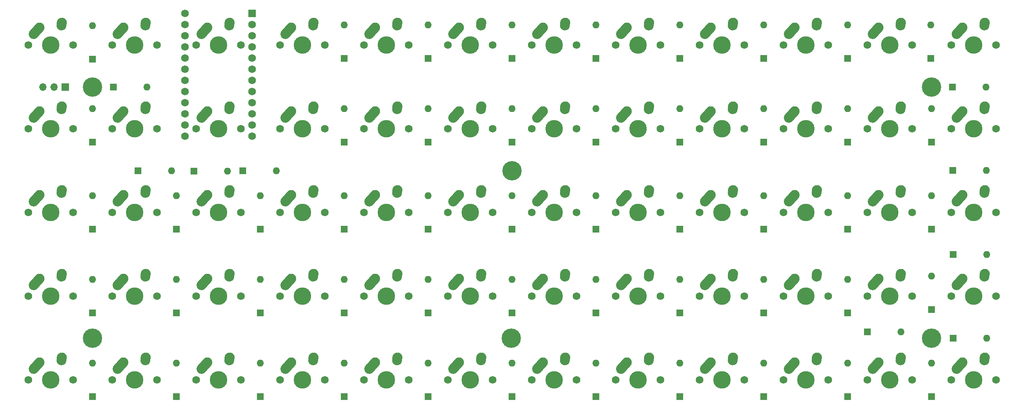
<source format=gbs>
G04 #@! TF.GenerationSoftware,KiCad,Pcbnew,7.0.3*
G04 #@! TF.CreationDate,2023-06-14T18:23:54+02:00*
G04 #@! TF.ProjectId,t-rex,742d7265-782e-46b6-9963-61645f706362,rev?*
G04 #@! TF.SameCoordinates,Original*
G04 #@! TF.FileFunction,Soldermask,Bot*
G04 #@! TF.FilePolarity,Negative*
%FSLAX46Y46*%
G04 Gerber Fmt 4.6, Leading zero omitted, Abs format (unit mm)*
G04 Created by KiCad (PCBNEW 7.0.3) date 2023-06-14 18:23:54*
%MOMM*%
%LPD*%
G01*
G04 APERTURE LIST*
G04 Aperture macros list*
%AMHorizOval*
0 Thick line with rounded ends*
0 $1 width*
0 $2 $3 position (X,Y) of the first rounded end (center of the circle)*
0 $4 $5 position (X,Y) of the second rounded end (center of the circle)*
0 Add line between two ends*
20,1,$1,$2,$3,$4,$5,0*
0 Add two circle primitives to create the rounded ends*
1,1,$1,$2,$3*
1,1,$1,$4,$5*%
G04 Aperture macros list end*
%ADD10C,4.400000*%
%ADD11R,1.600000X1.600000*%
%ADD12O,1.600000X1.600000*%
%ADD13C,1.750000*%
%ADD14C,3.987800*%
%ADD15HorizOval,2.250000X0.655001X0.730000X-0.655001X-0.730000X0*%
%ADD16C,2.250000*%
%ADD17HorizOval,2.250000X0.020000X0.290000X-0.020000X-0.290000X0*%
%ADD18R,1.700000X1.700000*%
%ADD19O,1.700000X1.700000*%
%ADD20R,1.752600X1.752600*%
%ADD21C,1.752600*%
G04 APERTURE END LIST*
D10*
X242887500Y-42862500D03*
X242887500Y-100012500D03*
X147637500Y-61912500D03*
X147486914Y-100010649D03*
X52387500Y-100012500D03*
X52387500Y-42862500D03*
D11*
X57150000Y-42862500D03*
D12*
X64770000Y-42862500D03*
D13*
X209232500Y-90487500D03*
D14*
X214312500Y-90487500D03*
D13*
X219392500Y-90487500D03*
D15*
X211157501Y-87217500D03*
D16*
X211812500Y-86487500D03*
D17*
X216832500Y-85697500D03*
D16*
X216852500Y-85407500D03*
D11*
X242697000Y-36322000D03*
D12*
X242697000Y-28702000D03*
D13*
X56832500Y-90487500D03*
D14*
X61912500Y-90487500D03*
D13*
X66992500Y-90487500D03*
D15*
X58757501Y-87217500D03*
D16*
X59412500Y-86487500D03*
D17*
X64432500Y-85697500D03*
D16*
X64452500Y-85407500D03*
D18*
X46196250Y-42862500D03*
D19*
X43656250Y-42862500D03*
X41116250Y-42862500D03*
D11*
X242887500Y-75247500D03*
D12*
X242887500Y-67627500D03*
D13*
X152082500Y-33337500D03*
D14*
X157162500Y-33337500D03*
D13*
X162242500Y-33337500D03*
D15*
X154007501Y-30067500D03*
D16*
X154662500Y-29337500D03*
D17*
X159682500Y-28547500D03*
D16*
X159702500Y-28257500D03*
D11*
X204787500Y-75247500D03*
D12*
X204787500Y-67627500D03*
D11*
X242887500Y-113347500D03*
D12*
X242887500Y-105727500D03*
D13*
X247332500Y-90487500D03*
D14*
X252412500Y-90487500D03*
D13*
X257492500Y-90487500D03*
D15*
X249257501Y-87217500D03*
D16*
X249912500Y-86487500D03*
D17*
X254932500Y-85697500D03*
D16*
X254952500Y-85407500D03*
D11*
X109537500Y-55403750D03*
D12*
X109537500Y-47783750D03*
D13*
X152082500Y-52387500D03*
D14*
X157162500Y-52387500D03*
D13*
X162242500Y-52387500D03*
D15*
X154007501Y-49117500D03*
D16*
X154662500Y-48387500D03*
D17*
X159682500Y-47597500D03*
D16*
X159702500Y-47307500D03*
D11*
X166687500Y-94297500D03*
D12*
X166687500Y-86677500D03*
D11*
X147637500Y-94297500D03*
D12*
X147637500Y-86677500D03*
D13*
X94932500Y-52387500D03*
D14*
X100012500Y-52387500D03*
D13*
X105092500Y-52387500D03*
D15*
X96857501Y-49117500D03*
D16*
X97512500Y-48387500D03*
D17*
X102532500Y-47597500D03*
D16*
X102552500Y-47307500D03*
D13*
X133032500Y-109537500D03*
D14*
X138112500Y-109537500D03*
D13*
X143192500Y-109537500D03*
D15*
X134957501Y-106267500D03*
D16*
X135612500Y-105537500D03*
D17*
X140632500Y-104747500D03*
D16*
X140652500Y-104457500D03*
D13*
X133032500Y-90487500D03*
D14*
X138112500Y-90487500D03*
D13*
X143192500Y-90487500D03*
D15*
X134957501Y-87217500D03*
D16*
X135612500Y-86487500D03*
D17*
X140632500Y-85697500D03*
D16*
X140652500Y-85407500D03*
D11*
X109537500Y-36353750D03*
D12*
X109537500Y-28733750D03*
D13*
X152082500Y-90487500D03*
D14*
X157162500Y-90487500D03*
D13*
X162242500Y-90487500D03*
D15*
X154007501Y-87217500D03*
D16*
X154662500Y-86487500D03*
D17*
X159682500Y-85697500D03*
D16*
X159702500Y-85407500D03*
D13*
X171132500Y-52387500D03*
D14*
X176212500Y-52387500D03*
D13*
X181292500Y-52387500D03*
D15*
X173057501Y-49117500D03*
D16*
X173712500Y-48387500D03*
D17*
X178732500Y-47597500D03*
D16*
X178752500Y-47307500D03*
D13*
X113982500Y-52387500D03*
D14*
X119062500Y-52387500D03*
D13*
X124142500Y-52387500D03*
D15*
X115907501Y-49117500D03*
D16*
X116562500Y-48387500D03*
D17*
X121582500Y-47597500D03*
D16*
X121602500Y-47307500D03*
D11*
X128587500Y-94297500D03*
D12*
X128587500Y-86677500D03*
D13*
X171132500Y-90487500D03*
D14*
X176212500Y-90487500D03*
D13*
X181292500Y-90487500D03*
D15*
X173057501Y-87217500D03*
D16*
X173712500Y-86487500D03*
D17*
X178732500Y-85697500D03*
D16*
X178752500Y-85407500D03*
D11*
X128587500Y-113347500D03*
D12*
X128587500Y-105727500D03*
D11*
X185737500Y-113347500D03*
D12*
X185737500Y-105727500D03*
D13*
X56832500Y-71437500D03*
D14*
X61912500Y-71437500D03*
D13*
X66992500Y-71437500D03*
D15*
X58757501Y-68167500D03*
D16*
X59412500Y-67437500D03*
D17*
X64432500Y-66647500D03*
D16*
X64452500Y-66357500D03*
D13*
X190182500Y-52387500D03*
D14*
X195262500Y-52387500D03*
D13*
X200342500Y-52387500D03*
D15*
X192107501Y-49117500D03*
D16*
X192762500Y-48387500D03*
D17*
X197782500Y-47597500D03*
D16*
X197802500Y-47307500D03*
D11*
X223837500Y-36353750D03*
D12*
X223837500Y-28733750D03*
D11*
X247808750Y-100012500D03*
D12*
X255428750Y-100012500D03*
D11*
X71437500Y-113347500D03*
D12*
X71437500Y-105727500D03*
D13*
X171132500Y-33337500D03*
D14*
X176212500Y-33337500D03*
D13*
X181292500Y-33337500D03*
D15*
X173057501Y-30067500D03*
D16*
X173712500Y-29337500D03*
D17*
X178732500Y-28547500D03*
D16*
X178752500Y-28257500D03*
D11*
X204787500Y-94297500D03*
D12*
X204787500Y-86677500D03*
D13*
X113982500Y-33337500D03*
D14*
X119062500Y-33337500D03*
D13*
X124142500Y-33337500D03*
D15*
X115907501Y-30067500D03*
D16*
X116562500Y-29337500D03*
D17*
X121582500Y-28547500D03*
D16*
X121602500Y-28257500D03*
D13*
X190182500Y-90487500D03*
D14*
X195262500Y-90487500D03*
D13*
X200342500Y-90487500D03*
D15*
X192107501Y-87217500D03*
D16*
X192762500Y-86487500D03*
D17*
X197782500Y-85697500D03*
D16*
X197802500Y-85407500D03*
D11*
X71437500Y-94297500D03*
D12*
X71437500Y-86677500D03*
D11*
X185737500Y-75247500D03*
D12*
X185737500Y-67627500D03*
D11*
X147637500Y-36353750D03*
D12*
X147637500Y-28733750D03*
D11*
X204787500Y-36353750D03*
D12*
X204787500Y-28733750D03*
D11*
X62706250Y-61912500D03*
D12*
X70326250Y-61912500D03*
D13*
X75882500Y-71437500D03*
D14*
X80962500Y-71437500D03*
D13*
X86042500Y-71437500D03*
D15*
X77807501Y-68167500D03*
D16*
X78462500Y-67437500D03*
D17*
X83482500Y-66647500D03*
D16*
X83502500Y-66357500D03*
D13*
X228282500Y-71437500D03*
D14*
X233362500Y-71437500D03*
D13*
X238442500Y-71437500D03*
D15*
X230207501Y-68167500D03*
D16*
X230862500Y-67437500D03*
D17*
X235882500Y-66647500D03*
D16*
X235902500Y-66357500D03*
D11*
X228346000Y-98552000D03*
D12*
X235966000Y-98552000D03*
D13*
X152082500Y-109537500D03*
D14*
X157162500Y-109537500D03*
D13*
X162242500Y-109537500D03*
D15*
X154007501Y-106267500D03*
D16*
X154662500Y-105537500D03*
D17*
X159682500Y-104747500D03*
D16*
X159702500Y-104457500D03*
D11*
X52387500Y-75247500D03*
D12*
X52387500Y-67627500D03*
D11*
X223837500Y-94297500D03*
D12*
X223837500Y-86677500D03*
D13*
X228282500Y-109537500D03*
D14*
X233362500Y-109537500D03*
D13*
X238442500Y-109537500D03*
D15*
X230207501Y-106267500D03*
D16*
X230862500Y-105537500D03*
D17*
X235882500Y-104747500D03*
D16*
X235902500Y-104457500D03*
D11*
X247700800Y-61823600D03*
D12*
X255320800Y-61823600D03*
D13*
X133032500Y-33337500D03*
D14*
X138112500Y-33337500D03*
D13*
X143192500Y-33337500D03*
D15*
X134957501Y-30067500D03*
D16*
X135612500Y-29337500D03*
D17*
X140632500Y-28547500D03*
D16*
X140652500Y-28257500D03*
D13*
X228282500Y-33337500D03*
D14*
X233362500Y-33337500D03*
D13*
X238442500Y-33337500D03*
D15*
X230207501Y-30067500D03*
D16*
X230862500Y-29337500D03*
D17*
X235882500Y-28547500D03*
D16*
X235902500Y-28257500D03*
D13*
X209232500Y-33337500D03*
D14*
X214312500Y-33337500D03*
D13*
X219392500Y-33337500D03*
D15*
X211157501Y-30067500D03*
D16*
X211812500Y-29337500D03*
D17*
X216832500Y-28547500D03*
D16*
X216852500Y-28257500D03*
D13*
X56832500Y-33337500D03*
D14*
X61912500Y-33337500D03*
D13*
X66992500Y-33337500D03*
D15*
X58757501Y-30067500D03*
D16*
X59412500Y-29337500D03*
D17*
X64432500Y-28547500D03*
D16*
X64452500Y-28257500D03*
D13*
X75882500Y-109537500D03*
D14*
X80962500Y-109537500D03*
D13*
X86042500Y-109537500D03*
D15*
X77807501Y-106267500D03*
D16*
X78462500Y-105537500D03*
D17*
X83482500Y-104747500D03*
D16*
X83502500Y-104457500D03*
D11*
X128587500Y-36353750D03*
D12*
X128587500Y-28733750D03*
D11*
X109537500Y-113347500D03*
D12*
X109537500Y-105727500D03*
D13*
X75882500Y-90487500D03*
D14*
X80962500Y-90487500D03*
D13*
X86042500Y-90487500D03*
D15*
X77807501Y-87217500D03*
D16*
X78462500Y-86487500D03*
D17*
X83482500Y-85697500D03*
D16*
X83502500Y-85407500D03*
D13*
X113982500Y-71437500D03*
D14*
X119062500Y-71437500D03*
D13*
X124142500Y-71437500D03*
D15*
X115907501Y-68167500D03*
D16*
X116562500Y-67437500D03*
D17*
X121582500Y-66647500D03*
D16*
X121602500Y-66357500D03*
D13*
X56832500Y-52387500D03*
D14*
X61912500Y-52387500D03*
D13*
X66992500Y-52387500D03*
D15*
X58757501Y-49117500D03*
D16*
X59412500Y-48387500D03*
D17*
X64432500Y-47597500D03*
D16*
X64452500Y-47307500D03*
D13*
X209232500Y-109537500D03*
D14*
X214312500Y-109537500D03*
D13*
X219392500Y-109537500D03*
D15*
X211157501Y-106267500D03*
D16*
X211812500Y-105537500D03*
D17*
X216832500Y-104747500D03*
D16*
X216852500Y-104457500D03*
D13*
X37782500Y-90487500D03*
D14*
X42862500Y-90487500D03*
D13*
X47942500Y-90487500D03*
D15*
X39707501Y-87217500D03*
D16*
X40362500Y-86487500D03*
D17*
X45382500Y-85697500D03*
D16*
X45402500Y-85407500D03*
D11*
X223837500Y-55403750D03*
D12*
X223837500Y-47783750D03*
D11*
X52387500Y-55403750D03*
D12*
X52387500Y-47783750D03*
D13*
X247332500Y-33337500D03*
D14*
X252412500Y-33337500D03*
D13*
X257492500Y-33337500D03*
D15*
X249257501Y-30067500D03*
D16*
X249912500Y-29337500D03*
D17*
X254932500Y-28547500D03*
D16*
X254952500Y-28257500D03*
D13*
X37782500Y-33337500D03*
D14*
X42862500Y-33337500D03*
D13*
X47942500Y-33337500D03*
D15*
X39707501Y-30067500D03*
D16*
X40362500Y-29337500D03*
D17*
X45382500Y-28547500D03*
D16*
X45402500Y-28257500D03*
D11*
X52387500Y-113347500D03*
D12*
X52387500Y-105727500D03*
D11*
X185737500Y-55403750D03*
D12*
X185737500Y-47783750D03*
D13*
X113982500Y-90487500D03*
D14*
X119062500Y-90487500D03*
D13*
X124142500Y-90487500D03*
D15*
X115907501Y-87217500D03*
D16*
X116562500Y-86487500D03*
D17*
X121582500Y-85697500D03*
D16*
X121602500Y-85407500D03*
D11*
X166687500Y-75247500D03*
D12*
X166687500Y-67627500D03*
D11*
X86487000Y-61912500D03*
D12*
X94107000Y-61912500D03*
D13*
X228282500Y-90487500D03*
D14*
X233362500Y-90487500D03*
D13*
X238442500Y-90487500D03*
D15*
X230207501Y-87217500D03*
D16*
X230862500Y-86487500D03*
D17*
X235882500Y-85697500D03*
D16*
X235902500Y-85407500D03*
D13*
X209232500Y-71437500D03*
D14*
X214312500Y-71437500D03*
D13*
X219392500Y-71437500D03*
D15*
X211157501Y-68167500D03*
D16*
X211812500Y-67437500D03*
D17*
X216832500Y-66647500D03*
D16*
X216852500Y-66357500D03*
D11*
X147637500Y-75247500D03*
D12*
X147637500Y-67627500D03*
D11*
X71437500Y-75247500D03*
D12*
X71437500Y-67627500D03*
D11*
X90487500Y-113347500D03*
D12*
X90487500Y-105727500D03*
D11*
X204787500Y-55403750D03*
D12*
X204787500Y-47783750D03*
D11*
X147637500Y-113347500D03*
D12*
X147637500Y-105727500D03*
D11*
X75438000Y-61976000D03*
D12*
X83058000Y-61976000D03*
D13*
X247332500Y-71437500D03*
D14*
X252412500Y-71437500D03*
D13*
X257492500Y-71437500D03*
D15*
X249257501Y-68167500D03*
D16*
X249912500Y-67437500D03*
D17*
X254932500Y-66647500D03*
D16*
X254952500Y-66357500D03*
D13*
X190182500Y-33337500D03*
D14*
X195262500Y-33337500D03*
D13*
X200342500Y-33337500D03*
D15*
X192107501Y-30067500D03*
D16*
X192762500Y-29337500D03*
D17*
X197782500Y-28547500D03*
D16*
X197802500Y-28257500D03*
D11*
X52387500Y-94297500D03*
D12*
X52387500Y-86677500D03*
D11*
X185737500Y-36353750D03*
D12*
X185737500Y-28733750D03*
D13*
X247332500Y-52387500D03*
D14*
X252412500Y-52387500D03*
D13*
X257492500Y-52387500D03*
D15*
X249257501Y-49117500D03*
D16*
X249912500Y-48387500D03*
D17*
X254932500Y-47597500D03*
D16*
X254952500Y-47307500D03*
D13*
X37782500Y-71437500D03*
D14*
X42862500Y-71437500D03*
D13*
X47942500Y-71437500D03*
D15*
X39707501Y-68167500D03*
D16*
X40362500Y-67437500D03*
D17*
X45382500Y-66647500D03*
D16*
X45402500Y-66357500D03*
D13*
X94932500Y-33337500D03*
D14*
X100012500Y-33337500D03*
D13*
X105092500Y-33337500D03*
D15*
X96857501Y-30067500D03*
D16*
X97512500Y-29337500D03*
D17*
X102532500Y-28547500D03*
D16*
X102552500Y-28257500D03*
D13*
X152082500Y-71437500D03*
D14*
X157162500Y-71437500D03*
D13*
X162242500Y-71437500D03*
D15*
X154007501Y-68167500D03*
D16*
X154662500Y-67437500D03*
D17*
X159682500Y-66647500D03*
D16*
X159702500Y-66357500D03*
D13*
X56832500Y-109537500D03*
D14*
X61912500Y-109537500D03*
D13*
X66992500Y-109537500D03*
D15*
X58757501Y-106267500D03*
D16*
X59412500Y-105537500D03*
D17*
X64432500Y-104747500D03*
D16*
X64452500Y-104457500D03*
D13*
X37782500Y-109537500D03*
D14*
X42862500Y-109537500D03*
D13*
X47942500Y-109537500D03*
D15*
X39707501Y-106267500D03*
D16*
X40362500Y-105537500D03*
D17*
X45382500Y-104747500D03*
D16*
X45402500Y-104457500D03*
D13*
X133032500Y-71437500D03*
D14*
X138112500Y-71437500D03*
D13*
X143192500Y-71437500D03*
D15*
X134957501Y-68167500D03*
D16*
X135612500Y-67437500D03*
D17*
X140632500Y-66647500D03*
D16*
X140652500Y-66357500D03*
D11*
X128587500Y-75247500D03*
D12*
X128587500Y-67627500D03*
D13*
X190182500Y-71437500D03*
D14*
X195262500Y-71437500D03*
D13*
X200342500Y-71437500D03*
D15*
X192107501Y-68167500D03*
D16*
X192762500Y-67437500D03*
D17*
X197782500Y-66647500D03*
D16*
X197802500Y-66357500D03*
D13*
X133032500Y-52387500D03*
D14*
X138112500Y-52387500D03*
D13*
X143192500Y-52387500D03*
D15*
X134957501Y-49117500D03*
D16*
X135612500Y-48387500D03*
D17*
X140632500Y-47597500D03*
D16*
X140652500Y-47307500D03*
D11*
X128587500Y-55403750D03*
D12*
X128587500Y-47783750D03*
D13*
X247332500Y-109537500D03*
D14*
X252412500Y-109537500D03*
D13*
X257492500Y-109537500D03*
D15*
X249257501Y-106267500D03*
D16*
X249912500Y-105537500D03*
D17*
X254932500Y-104747500D03*
D16*
X254952500Y-104457500D03*
D11*
X166687500Y-55403750D03*
D12*
X166687500Y-47783750D03*
D11*
X223837500Y-113347500D03*
D12*
X223837500Y-105727500D03*
D11*
X223837500Y-75247500D03*
D12*
X223837500Y-67627500D03*
D11*
X109537500Y-94297500D03*
D12*
X109537500Y-86677500D03*
D11*
X90487500Y-75247500D03*
D12*
X90487500Y-67627500D03*
D13*
X94932500Y-90487500D03*
D14*
X100012500Y-90487500D03*
D13*
X105092500Y-90487500D03*
D15*
X96857501Y-87217500D03*
D16*
X97512500Y-86487500D03*
D17*
X102532500Y-85697500D03*
D16*
X102552500Y-85407500D03*
D11*
X247808750Y-80962500D03*
D12*
X255428750Y-80962500D03*
D13*
X113982500Y-109537500D03*
D14*
X119062500Y-109537500D03*
D13*
X124142500Y-109537500D03*
D15*
X115907501Y-106267500D03*
D16*
X116562500Y-105537500D03*
D17*
X121582500Y-104747500D03*
D16*
X121602500Y-104457500D03*
D11*
X166687500Y-36353750D03*
D12*
X166687500Y-28733750D03*
D11*
X166687500Y-113347500D03*
D12*
X166687500Y-105727500D03*
D11*
X52387500Y-36512500D03*
D12*
X52387500Y-28892500D03*
D11*
X204787500Y-113347500D03*
D12*
X204787500Y-105727500D03*
D11*
X247650000Y-42862500D03*
D12*
X255270000Y-42862500D03*
D11*
X109537500Y-75247500D03*
D12*
X109537500Y-67627500D03*
D11*
X90487500Y-94297500D03*
D12*
X90487500Y-86677500D03*
D11*
X147637500Y-55403750D03*
D12*
X147637500Y-47783750D03*
D13*
X94932500Y-71437500D03*
D14*
X100012500Y-71437500D03*
D13*
X105092500Y-71437500D03*
D15*
X96857501Y-68167500D03*
D16*
X97512500Y-67437500D03*
D17*
X102532500Y-66647500D03*
D16*
X102552500Y-66357500D03*
D13*
X171132500Y-109537500D03*
D14*
X176212500Y-109537500D03*
D13*
X181292500Y-109537500D03*
D15*
X173057501Y-106267500D03*
D16*
X173712500Y-105537500D03*
D17*
X178732500Y-104747500D03*
D16*
X178752500Y-104457500D03*
D11*
X242887500Y-55403750D03*
D12*
X242887500Y-47783750D03*
D11*
X185737500Y-94297500D03*
D12*
X185737500Y-86677500D03*
D13*
X228282500Y-52387500D03*
D14*
X233362500Y-52387500D03*
D13*
X238442500Y-52387500D03*
D15*
X230207501Y-49117500D03*
D16*
X230862500Y-48387500D03*
D17*
X235882500Y-47597500D03*
D16*
X235902500Y-47307500D03*
D11*
X242887500Y-93503750D03*
D12*
X242887500Y-85883750D03*
D13*
X37782500Y-52387500D03*
D14*
X42862500Y-52387500D03*
D13*
X47942500Y-52387500D03*
D15*
X39707501Y-49117500D03*
D16*
X40362500Y-48387500D03*
D17*
X45382500Y-47597500D03*
D16*
X45402500Y-47307500D03*
D13*
X190182500Y-109537500D03*
D14*
X195262500Y-109537500D03*
D13*
X200342500Y-109537500D03*
D15*
X192107501Y-106267500D03*
D16*
X192762500Y-105537500D03*
D17*
X197782500Y-104747500D03*
D16*
X197802500Y-104457500D03*
D13*
X75882500Y-52387500D03*
D14*
X80962500Y-52387500D03*
D13*
X86042500Y-52387500D03*
D15*
X77807501Y-49117500D03*
D16*
X78462500Y-48387500D03*
D17*
X83482500Y-47597500D03*
D16*
X83502500Y-47307500D03*
D13*
X94932500Y-109537500D03*
D14*
X100012500Y-109537500D03*
D13*
X105092500Y-109537500D03*
D15*
X96857501Y-106267500D03*
D16*
X97512500Y-105537500D03*
D17*
X102532500Y-104747500D03*
D16*
X102552500Y-104457500D03*
D13*
X75882500Y-33337500D03*
D14*
X80962500Y-33337500D03*
D13*
X86042500Y-33337500D03*
D15*
X77807501Y-30067500D03*
D16*
X78462500Y-29337500D03*
D17*
X83482500Y-28547500D03*
D16*
X83502500Y-28257500D03*
D13*
X209232500Y-52387500D03*
D14*
X214312500Y-52387500D03*
D13*
X219392500Y-52387500D03*
D15*
X211157501Y-49117500D03*
D16*
X211812500Y-48387500D03*
D17*
X216832500Y-47597500D03*
D16*
X216852500Y-47307500D03*
D13*
X171132500Y-71437500D03*
D14*
X176212500Y-71437500D03*
D13*
X181292500Y-71437500D03*
D15*
X173057501Y-68167500D03*
D16*
X173712500Y-67437500D03*
D17*
X178732500Y-66647500D03*
D16*
X178752500Y-66357500D03*
D20*
X88582500Y-26116750D03*
D21*
X88582500Y-28656750D03*
X88582500Y-31196750D03*
X88582500Y-33736750D03*
X88582500Y-36276750D03*
X88582500Y-38816750D03*
X88582500Y-41356750D03*
X88582500Y-43896750D03*
X88582500Y-46436750D03*
X88582500Y-48976750D03*
X88582500Y-51516750D03*
X88582500Y-54056750D03*
X73342500Y-54056750D03*
X73342500Y-51516750D03*
X73342500Y-48976750D03*
X73342500Y-46436750D03*
X73342500Y-43896750D03*
X73342500Y-41356750D03*
X73342500Y-38816750D03*
X73342500Y-36276750D03*
X73342500Y-33736750D03*
X73342500Y-31196750D03*
X73342500Y-28656750D03*
X73342500Y-26116750D03*
M02*

</source>
